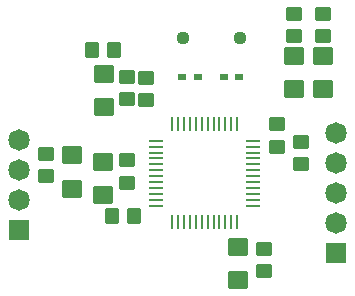
<source format=gbr>
G04 DipTrace 4.3.0.3*
G04 GTS.gbr*
%MOMM*%
G04 #@! TF.FileFunction,Soldermask,Top*
G04 #@! TF.Part,Single*
%AMOUTLINE1*
4,1,28,
-0.6,-0.49972,
-0.6,0.49972,
-0.59287,0.55388,
-0.57323,0.60128,
-0.54199,0.64199,
-0.50128,0.67323,
-0.45388,0.69287,
-0.39972,0.7,
0.39972,0.7,
0.45388,0.69287,
0.50128,0.67323,
0.54199,0.64199,
0.57323,0.60128,
0.59287,0.55388,
0.6,0.49972,
0.6,-0.49972,
0.59287,-0.55388,
0.57323,-0.60128,
0.54199,-0.64199,
0.50128,-0.67323,
0.45388,-0.69287,
0.39972,-0.7,
-0.39972,-0.7,
-0.45388,-0.69287,
-0.50128,-0.67323,
-0.54199,-0.64199,
-0.57323,-0.60128,
-0.59287,-0.55388,
-0.6,-0.49972,
0*%
%AMOUTLINE3*
4,1,28,
0.49972,-0.6,
-0.49972,-0.6,
-0.55388,-0.59287,
-0.60128,-0.57323,
-0.64199,-0.54199,
-0.67323,-0.50128,
-0.69287,-0.45388,
-0.7,-0.39972,
-0.7,0.39972,
-0.69287,0.45388,
-0.67323,0.50128,
-0.64199,0.54199,
-0.60128,0.57323,
-0.55388,0.59287,
-0.49972,0.6,
0.49972,0.6,
0.55388,0.59287,
0.60128,0.57323,
0.64199,0.54199,
0.67323,0.50128,
0.69287,0.45388,
0.7,0.39972,
0.7,-0.39972,
0.69287,-0.45388,
0.67323,-0.50128,
0.64199,-0.54199,
0.60128,-0.57323,
0.55388,-0.59287,
0.49972,-0.6,
0*%
%AMOUTLINE5*
4,1,28,
-0.65672,0.75,
0.65672,0.75,
0.70906,0.74311,
0.75478,0.72417,
0.79405,0.69405,
0.82417,0.65478,
0.84311,0.60906,
0.85,0.55672,
0.85,-0.55672,
0.84311,-0.60906,
0.82417,-0.65478,
0.79405,-0.69405,
0.75478,-0.72417,
0.70906,-0.74311,
0.65672,-0.75,
-0.65672,-0.75,
-0.70906,-0.74311,
-0.75478,-0.72417,
-0.79405,-0.69405,
-0.82417,-0.65478,
-0.84311,-0.60906,
-0.85,-0.55672,
-0.85,0.55672,
-0.84311,0.60906,
-0.82417,0.65478,
-0.79405,0.69405,
-0.75478,0.72417,
-0.70906,0.74311,
-0.65672,0.75,
0*%
%AMOUTLINE7*
4,1,28,
-0.49975,0.59998,
0.4997,0.60002,
0.55385,0.59289,
0.60126,0.57326,
0.64197,0.54202,
0.67321,0.50131,
0.69285,0.4539,
0.69998,0.39975,
0.70002,-0.39969,
0.69289,-0.45385,
0.67325,-0.50126,
0.64202,-0.54197,
0.60131,-0.57321,
0.5539,-0.59285,
0.49975,-0.59998,
-0.4997,-0.60002,
-0.55385,-0.59289,
-0.60126,-0.57326,
-0.64197,-0.54202,
-0.67321,-0.50131,
-0.69285,-0.4539,
-0.69998,-0.39975,
-0.70002,0.39969,
-0.69289,0.45385,
-0.67325,0.50126,
-0.64202,0.54197,
-0.60131,0.57321,
-0.5539,0.59285,
-0.49975,0.59998,
0*%
%AMOUTLINE9*
4,1,28,
-0.65675,0.74997,
0.65669,0.75003,
0.70903,0.74314,
0.75476,0.7242,
0.79402,0.69408,
0.82414,0.65482,
0.84308,0.6091,
0.84998,0.55676,
0.85002,-0.55669,
0.84313,-0.60903,
0.8242,-0.65475,
0.79407,-0.69401,
0.75481,-0.72414,
0.70909,-0.74308,
0.65675,-0.74997,
-0.65669,-0.75003,
-0.70903,-0.74314,
-0.75476,-0.7242,
-0.79402,-0.69408,
-0.82414,-0.65482,
-0.84308,-0.6091,
-0.84998,-0.55676,
-0.85002,0.55669,
-0.84313,0.60903,
-0.8242,0.65475,
-0.79407,0.69401,
-0.75481,0.72414,
-0.70909,0.74308,
-0.65675,0.74997,
0*%
%AMOUTLINE11*
4,1,28,
0.65674,-0.74999,
-0.65671,-0.75001,
-0.70905,-0.74312,
-0.75477,-0.72419,
-0.79403,-0.69406,
-0.82416,-0.6548,
-0.8431,-0.60908,
-0.84999,-0.55674,
-0.85001,0.55671,
-0.84312,0.60905,
-0.82418,0.65477,
-0.79406,0.69403,
-0.7548,0.72416,
-0.70908,0.7431,
-0.65674,0.74999,
0.65671,0.75001,
0.70905,0.74312,
0.75477,0.72419,
0.79403,0.69406,
0.82416,0.6548,
0.8431,0.60908,
0.84999,0.55674,
0.85001,-0.55671,
0.84312,-0.60905,
0.82418,-0.65477,
0.79406,-0.69403,
0.7548,-0.72416,
0.70908,-0.7431,
0.65674,-0.74999,
0*%
%AMOUTLINE13*
4,1,28,
0.06672,-0.58,
-0.06672,-0.58,
-0.07765,-0.57856,
-0.08478,-0.57561,
-0.09091,-0.57091,
-0.09561,-0.56478,
-0.09856,-0.55765,
-0.1,-0.54672,
-0.1,0.54672,
-0.09856,0.55765,
-0.09561,0.56478,
-0.09091,0.57091,
-0.08478,0.57561,
-0.07765,0.57856,
-0.06672,0.58,
0.06672,0.58,
0.07765,0.57856,
0.08478,0.57561,
0.09091,0.57091,
0.09561,0.56478,
0.09856,0.55765,
0.1,0.54672,
0.1,-0.54672,
0.09856,-0.55765,
0.09561,-0.56478,
0.09091,-0.57091,
0.08478,-0.57561,
0.07765,-0.57856,
0.06672,-0.58,
0*%
%AMOUTLINE15*
4,1,28,
0.58,0.06672,
0.58,-0.06672,
0.57856,-0.07765,
0.57561,-0.08478,
0.57091,-0.09091,
0.56478,-0.09561,
0.55765,-0.09856,
0.54672,-0.1,
-0.54672,-0.1,
-0.55765,-0.09856,
-0.56478,-0.09561,
-0.57091,-0.09091,
-0.57561,-0.08478,
-0.57856,-0.07765,
-0.58,-0.06672,
-0.58,0.06672,
-0.57856,0.07765,
-0.57561,0.08478,
-0.57091,0.09091,
-0.56478,0.09561,
-0.55765,0.09856,
-0.54672,0.1,
0.54672,0.1,
0.55765,0.09856,
0.56478,0.09561,
0.57091,0.09091,
0.57561,0.08478,
0.57856,0.07765,
0.58,0.06672,
0*%
%AMOUTLINE17*
4,1,28,
-0.06672,0.58,
0.06672,0.58,
0.07765,0.57856,
0.08478,0.57561,
0.09091,0.57091,
0.09561,0.56478,
0.09856,0.55765,
0.1,0.54672,
0.1,-0.54672,
0.09856,-0.55765,
0.09561,-0.56478,
0.09091,-0.57091,
0.08478,-0.57561,
0.07765,-0.57856,
0.06672,-0.58,
-0.06672,-0.58,
-0.07765,-0.57856,
-0.08478,-0.57561,
-0.09091,-0.57091,
-0.09561,-0.56478,
-0.09856,-0.55765,
-0.1,-0.54672,
-0.1,0.54672,
-0.09856,0.55765,
-0.09561,0.56478,
-0.09091,0.57091,
-0.08478,0.57561,
-0.07765,0.57856,
-0.06672,0.58,
0*%
%AMOUTLINE19*
4,1,28,
-0.58,-0.06672,
-0.58,0.06672,
-0.57856,0.07765,
-0.57561,0.08478,
-0.57091,0.09091,
-0.56478,0.09561,
-0.55765,0.09856,
-0.54672,0.1,
0.54672,0.1,
0.55765,0.09856,
0.56478,0.09561,
0.57091,0.09091,
0.57561,0.08478,
0.57856,0.07765,
0.58,0.06672,
0.58,-0.06672,
0.57856,-0.07765,
0.57561,-0.08478,
0.57091,-0.09091,
0.56478,-0.09561,
0.55765,-0.09856,
0.54672,-0.1,
-0.54672,-0.1,
-0.55765,-0.09856,
-0.56478,-0.09561,
-0.57091,-0.09091,
-0.57561,-0.08478,
-0.57856,-0.07765,
-0.58,-0.06672,
0*%
%ADD36C,1.1192*%
%ADD39R,0.8X0.6*%
%ADD41C,1.82*%
%ADD42R,1.82X1.82*%
%ADD46OUTLINE1*%
%ADD48OUTLINE3*%
%ADD50OUTLINE5*%
%ADD52OUTLINE7*%
%ADD54OUTLINE9*%
%ADD56OUTLINE11*%
%ADD58OUTLINE13*%
%ADD60OUTLINE15*%
%ADD62OUTLINE17*%
%ADD64OUTLINE19*%
%FSLAX35Y35*%
G04*
G71*
G90*
G75*
G01*
G04 TopMask*
%LPD*%
D42*
X3870009Y1360000D3*
D41*
X3870005Y1614000D3*
X3870000Y1868000D3*
X3869995Y2122000D3*
X3869991Y2376000D3*
D46*
X1970000Y1670000D3*
X2160000D3*
D48*
X3365000Y2260000D3*
Y2450000D3*
X3255000Y1205000D3*
Y1395000D3*
D46*
X1800000Y3080000D3*
X1990000D3*
D50*
X3040000Y1410000D3*
Y1130000D3*
D52*
X2259997Y2845000D3*
X2260005Y2655000D3*
X2094997Y2850000D3*
X2095005Y2660000D3*
D54*
X1899994Y2875000D3*
X1900006Y2595000D3*
D56*
X1630003Y1905000D3*
X1629997Y2185000D3*
D48*
X1415000Y2010000D3*
Y2200000D3*
D56*
X1895000Y1850000D3*
Y2130000D3*
D39*
X2695000Y2850000D3*
X2565000D3*
X2915000D3*
X3045000D3*
D48*
X2100000Y1955000D3*
Y2145000D3*
D50*
X3755000Y3025000D3*
Y2745000D3*
X3515000Y3025000D3*
Y2745000D3*
D52*
X3569998Y2300000D3*
X3570002Y2110000D3*
D48*
X3510002Y3195000D3*
X3509998Y3385000D3*
X3755002Y3195000D3*
X3754998Y3385000D3*
D58*
X3030000Y2448000D3*
X2980000D3*
X2930000D3*
X2880000D3*
X2830000D3*
X2780000D3*
X2730000D3*
X2680000D3*
X2630000D3*
X2580000D3*
X2530000D3*
X2480000D3*
D60*
X2342000Y2310000D3*
Y2260000D3*
Y2210000D3*
Y2160000D3*
Y2110000D3*
Y2060000D3*
Y2010000D3*
Y1960000D3*
Y1910000D3*
Y1860000D3*
Y1810000D3*
Y1760000D3*
D62*
X2480000Y1622000D3*
X2530000D3*
X2580000D3*
X2630000D3*
X2680000D3*
X2730000D3*
X2780000D3*
X2830000D3*
X2880000D3*
X2930000D3*
X2980000D3*
X3030000D3*
D64*
X3168000Y1760000D3*
Y1810000D3*
Y1860000D3*
Y1910000D3*
Y1960000D3*
Y2010000D3*
Y2060000D3*
Y2110000D3*
Y2160000D3*
Y2210000D3*
Y2260000D3*
Y2310000D3*
D42*
X1185000Y1550000D3*
D41*
Y1804000D3*
Y2058000D3*
Y2312000D3*
D36*
X2568700Y3180000D3*
X3051300D3*
M02*

</source>
